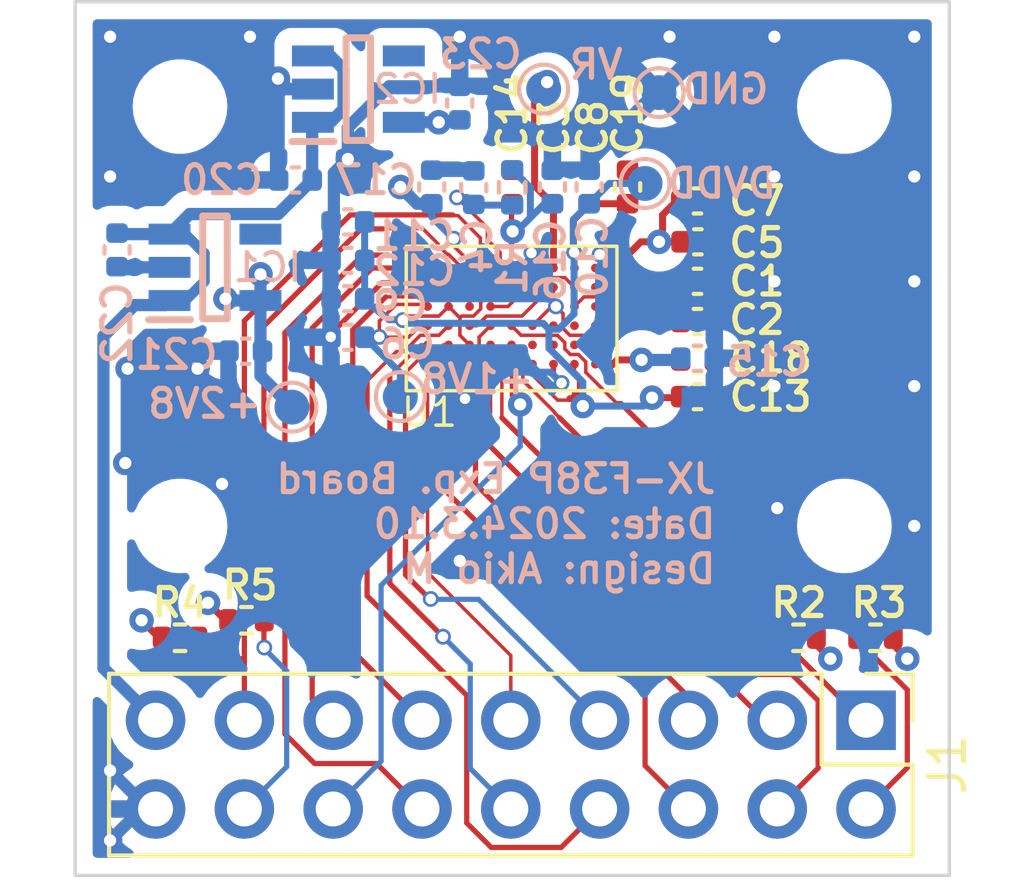
<source format=kicad_pcb>
(kicad_pcb (version 20221018) (generator pcbnew)
  (layers (0 "F.Cu" signal) (1 "In1.Cu" signal) (2 "In2.Cu" signal) (31 "B.Cu" signal) (34 "B.Paste" user) (35 "F.Paste" user) (36 "B.SilkS" user "B.Silkscreen") (37 "F.SilkS" user "F.Silkscreen") (38 "B.Mask" user) (39 "F.Mask" user) (44 "Edge.Cuts" user))
  (net 0 "")
  (net 1 "Net-(U1-VH)")
  (net 2 "GND")
  (net 3 "Net-(U1-VN)")
  (net 4 "/VR")
  (net 5 "/RSTB")
  (net 6 "/DVDD")
  (net 7 "+3V3")
  (net 8 "+2V8")
  (net 9 "+1V8")
  (net 12 "/DVP_0")
  (net 13 "/DVP_1")
  (net 14 "/SDA")
  (net 15 "/SCL")
  (net 16 "/PCLK")
  (net 17 "/PWDN")
  (net 18 "/HREF")
  (net 19 "/VSYNC")
  (net 21 "/DVP_7")
  (net 22 "/DVP_4")
  (net 23 "/MCN")
  (net 24 "/MCP")
  (net 25 "/DVP_9")
  (net 26 "/DVP_6")
  (net 27 "/DVP_3")
  (net 28 "/MDN1")
  (net 29 "/MDP1")
  (net 30 "/MDP0")
  (net 31 "/MDN0")
  (net 32 "/DVP_8")
  (net 33 "/DVP_5")
  (net 34 "/DVP_2")
  (net 35 "/EXCLK")
  (footprint "Capacitor_SMD:C_0402_1005Metric" (layer "F.Cu") (at 92.5 42.3 90)
    (fp_text reference "C14")
    (fp_text value "100n")
  )
  (footprint "MountingHole:MountingHole_2.2mm_M2" (layer "F.Cu") (at 102 40)
    (fp_text reference "H3" hide)
    (fp_text value "MountingHole")
  )
  (footprint "Capacitor_SMD:C_0402_1005Metric" (layer "F.Cu") (at 97.8 46.15)
    (fp_text reference "C2")
    (fp_text value "1u")
  )
  (footprint "Capacitor_SMD:C_0402_1005Metric" (layer "F.Cu") (at 94.7 42.3 90)
    (fp_text reference "C8")
    (fp_text value "100n")
  )
  (footprint "Resistor_SMD:R_0402_1005Metric" (layer "F.Cu") (at 102.89 55.2 180)
    (fp_text reference "R3")
    (fp_text value "4.7k")
  )
  (footprint "Resistor_SMD:R_0402_1005Metric" (layer "F.Cu") (at 100.69 55.2 180)
    (fp_text reference "R2")
    (fp_text value "4.7k")
  )
  (footprint "Capacitor_SMD:C_0402_1005Metric" (layer "F.Cu") (at 97.81 43.87)
    (fp_text reference "C5")
    (fp_text value "10u")
  )
  (footprint "MountingHole:MountingHole_2.2mm_M2" (layer "F.Cu") (at 83 52)
    (fp_text reference "H2" hide)
    (fp_text value "MountingHole")
  )
  (footprint "Capacitor_SMD:C_0402_1005Metric" (layer "F.Cu") (at 97.8 47.25)
    (fp_text reference "C18")
    (fp_text value "100n")
  )
  (footprint "Capacitor_SMD:C_0402_1005Metric" (layer "F.Cu") (at 97.8 48.3)
    (fp_text reference "C13")
    (fp_text value "100n")
  )
  (footprint "Connector_PinHeader_2.54mm:PinHeader_2x09_P2.54mm_Vertical" (layer "F.Cu") (at 102.62 57.56 -90)
    (fp_text reference "J1")
    (fp_text value "Interface")
  )
  (footprint "Capacitor_SMD:C_0402_1005Metric" (layer "F.Cu") (at 97.8 42.7)
    (fp_text reference "C7")
    (fp_text value "10u")
  )
  (footprint "Ikafly_lib:JX-F38P" (layer "F.Cu") (at 92.5 46)
    (fp_text reference "U1")
    (fp_text value "~")
  )
  (footprint "Capacitor_SMD:C_0402_1005Metric" (layer "F.Cu") (at 93.65 42.3 90)
    (fp_text reference "C3")
    (fp_text value "1u")
  )
  (footprint "Capacitor_SMD:C_0402_1005Metric" (layer "F.Cu") (at 95.8 42.3 90)
    (fp_text reference "C19")
    (fp_text value "10u")
  )
  (footprint "Resistor_SMD:R_0402_1005Metric" (layer "F.Cu") (at 84.9 54.7)
    (fp_text reference "R5")
    (fp_text value "4.7k")
  )
  (footprint "Resistor_SMD:R_0402_1005Metric" (layer "F.Cu") (at 83 55.2)
    (fp_text reference "R4")
    (fp_text value "4.7k")
  )
  (footprint "MountingHole:MountingHole_2.2mm_M2" (layer "F.Cu") (at 83 40)
    (fp_text reference "H4" hide)
    (fp_text value "MountingHole")
  )
  (footprint "MountingHole:MountingHole_2.2mm_M2" (layer "F.Cu") (at 102 52)
    (fp_text reference "H1" hide)
    (fp_text value "MountingHole")
  )
  (footprint "Capacitor_SMD:C_0402_1005Metric" (layer "F.Cu") (at 97.8 45)
    (fp_text reference "C1")
    (fp_text value "1u")
  )
  (footprint "TestPoint:TestPoint_Pad_D1.0mm" (layer "B.Cu") (at 93.4 39.5 180)
    (fp_text reference "TP5" hide)
    (fp_text value "TestPoint")
  )
  (footprint "Capacitor_SMD:C_0402_1005Metric" (layer "B.Cu") (at 87.8 43.3 180)
    (fp_text reference "C11")
    (fp_text value "100n")
  )
  (footprint "Resistor_SMD:R_0402_1005Metric" (layer "B.Cu") (at 92.5 42.31 -90)
    (fp_text reference "R1")
    (fp_text value "10k")
  )
  (footprint "Capacitor_SMD:C_0402_1005Metric" (layer "B.Cu") (at 81.2 44.1 -90)
    (fp_text reference "C22")
    (fp_text value "10u")
  )
  (footprint "TestPoint:TestPoint_Pad_D1.0mm" (layer "B.Cu") (at 89.3 48.3 180)
    (fp_text reference "TP2" hide)
    (fp_text value "TestPoint")
  )
  (footprint "Capacitor_SMD:C_0402_1005Metric" (layer "B.Cu") (at 86.3 42.1 180)
    (fp_text reference "C20")
    (fp_text value "10u")
  )
  (footprint "SamacSys_Parts:SOT95P282X145-5N" (layer "B.Cu") (at 84 44.6)
    (fp_text reference "IC1")
    (fp_text value "ME6211C28M5G-N " hide)
  )
  (footprint "Capacitor_SMD:C_0402_1005Metric" (layer "B.Cu") (at 84.88 47 180)
    (fp_text reference "C21")
    (fp_text value "10u")
  )
  (footprint "SamacSys_Parts:SOT95P282X145-5N" (layer "B.Cu") (at 88.1 39.5)
    (fp_text reference "IC2")
    (fp_text value "ME6211C18M5G-N " hide)
  )
  (footprint "Capacitor_SMD:C_0402_1005Metric" (layer "B.Cu") (at 97.8 47.2)
    (fp_text reference "C15")
    (fp_text value "100n")
  )
  (footprint "TestPoint:TestPoint_Pad_D1.0mm" (layer "B.Cu") (at 86.2 48.6 180)
    (fp_text reference "TP4" hide)
    (fp_text value "TestPoint")
  )
  (footprint "Capacitor_SMD:C_0402_1005Metric" (layer "B.Cu") (at 94.7 42.3 90)
    (fp_text reference "C10")
    (fp_text value "100n")
  )
  (footprint "Capacitor_SMD:C_0402_1005Metric" (layer "B.Cu") (at 87.8 45.5 180)
    (fp_text reference "C9")
    (fp_text value "100n")
  )
  (footprint "Capacitor_SMD:C_0402_1005Metric" (layer "B.Cu") (at 91.4 42.32 90)
    (fp_text reference "C4")
    (fp_text value "100n")
  )
  (footprint "Capacitor_SMD:C_0402_1005Metric" (layer "B.Cu") (at 90.2 42.3 90)
    (fp_text reference "C17")
    (fp_text value "100n")
  )
  (footprint "TestPoint:TestPoint_Pad_D1.0mm" (layer "B.Cu") (at 96.3 42.2 180)
    (fp_text reference "TP3" hide)
    (fp_text value "TestPoint")
  )
  (footprint "Capacitor_SMD:C_0402_1005Metric" (layer "B.Cu") (at 87.8 46.6 180)
    (fp_text reference "C6")
    (fp_text value "10u")
  )
  (footprint "Capacitor_SMD:C_0402_1005Metric" (layer "B.Cu") (at 91 39.9 90)
    (fp_text reference "C23")
    (fp_text value "10u")
  )
  (footprint "Capacitor_SMD:C_0402_1005Metric" (layer "B.Cu") (at 87.8 44.4 180)
    (fp_text reference "C12")
    (fp_text value "100n")
  )
  (footprint "Capacitor_SMD:C_0402_1005Metric" (layer "B.Cu") (at 93.65 42.3 90)
    (fp_text reference "C16")
    (fp_text value "100n")
  )
  (footprint "TestPoint:TestPoint_Pad_D1.0mm" (layer "B.Cu") (at 96.7 39.6 180)
    (fp_text reference "TP1" hide)
    (fp_text value "TestPoint")
  )
  (gr_rect (start 80 37) (end 105 62) (stroke (width 0.1)) (fill none) (layer "Edge.Cuts"))
  (gr_text "JX-F38P Exp. Board\nDate: 2024.3.10\nDesign: Akio M" (at 98.4 53.7) (layer "B.SilkS") (effects (font (size 0.8 0.8) (thickness 0.15) bold) (justify left bottom mirror)))
  (segment (start 94.555 45.445) (end 95.445 45.445) (width 0.1) (layer "F.Cu") (net 1))
  (segment (start 97.32 45) (end 96.92 45.4) (width 0.2) (layer "F.Cu") (net 1))
  (segment (start 95.49 45.4) (end 95.445 45.445) (width 0.2) (layer "F.Cu") (net 1))
  (segment (start 94.28 45.72) (end 94.555 45.445) (width 0.1) (layer "F.Cu") (net 1))
  (segment (start 96.92 45.4) (end 95.49 45.4) (width 0.2) (layer "F.Cu") (net 1))
  (segment (start 91.15 48.36) (end 91.14 48.36) (width 0.1) (layer "F.Cu") (net 2))
  (segment (start 91.28 48.22) (end 91.28 47.37) (width 0.1) (layer "F.Cu") (net 2))
  (segment (start 91.14 48.36) (end 91.28 48.22) (width 0.1) (layer "F.Cu") (net 2))
  (segment (start 93.08 44.62) (end 93.08 44.28) (width 0.1) (layer "F.Cu") (net 2))
  (segment (start 93.05 44.19) (end 93.05 44.25) (width 0.1) (layer "F.Cu") (net 2))
  (segment (start 94.605 46.545) (end 94.15 46.545) (width 0.1) (layer "F.Cu") (net 2))
  (segment (start 93.955 46.35) (end 93.955 45.925) (width 0.1) (layer "F.Cu") (net 2))
  (segment (start 89.955 45.045) (end 88.77234 45.045) (width 0.15) (layer "F.Cu") (net 2))
  (segment (start 87.31 46.50734) (end 87.31 46.59) (width 0.15) (layer "F.Cu") (net 2))
  (segment (start 93.08 44.28) (end 93.05 44.19) (width 0.1) (layer "F.Cu") (net 2))
  (segment (start 91.15 48.35) (end 91.15 48.36) (width 0.1) (layer "F.Cu") (net 2))
  (segment (start 95 44.23) (end 95 44.5) (width 0.1) (layer "F.Cu") (net 2))
  (segment (start 93.68 47.37) (end 93.68 47.68) (width 0.15) (layer "F.Cu") (net 2))
  (segment (start 93.955 45.925) (end 93.69 45.66) (width 0.1) (layer "F.Cu") (net 2))
  (segment (start 93.69 45.66) (end 93.08 46.27) (width 0.1) (layer "F.Cu") (net 2))
  (segment (start 94.88 46.27) (end 94.605 46.545) (width 0.1) (layer "F.Cu") (net 2))
  (segment (start 91.15 48.35) (end 91.15 48.35) (width 0.1) (layer "F.Cu") (net 2))
  (segment (start 90.08 45.17) (end 89.955 45.045) (width 0.15) (layer "F.Cu") (net 2))
  (segment (start 88.77234 45.045) (end 87.31 46.50734) (width 0.15) (layer "F.Cu") (net 2))
  (segment (start 93.8 47.8) (end 93.91 47.91) (width 0.15) (layer "F.Cu") (net 2))
  (segment (start 95 44.5) (end 94.88 44.62) (width 0.1) (layer "F.Cu") (net 2))
  (segment (start 93.68 47.68) (end 93.8 47.8) (width 0.15) (layer "F.Cu") (net 2))
  (segment (start 93.91 47.91) (end 93.9 47.9) (width 0.15) (layer "F.Cu") (net 2))
  (segment (start 95 44.2) (end 95 44.23) (width 0.1) (layer "F.Cu") (net 2))
  (segment (start 93.68 45.17) (end 93.68 45.7) (width 0.1) (layer "F.Cu") (net 2))
  (segment (start 90.68 44.62) (end 90.63 44.62) (width 0.1) (layer "F.Cu") (net 2))
  (segment (start 94.15 46.545) (end 93.955 46.35) (width 0.1) (layer "F.Cu") (net 2))
  (via (at 93.75 45.72) (size 0.45) (drill 0.3) (layers "F.Cu" "B.Cu") (net 2))
  (via (at 91 38) (size 0.7) (drill 0.35) (layers "F.Cu" "B.Cu") (net 2))
  (via (at 84.201728 50.798272) (size 0.7) (drill 0.35) (layers "F.Cu" "B.Cu") (net 2))
  (via (at 81 38) (size 0.7) (drill 0.35) (layers "F.Cu" "B.Cu") (net 2))
  (via (at 83.5 47.5) (size 0.7) (drill 0.35) (layers "F.Cu" "B.Cu") (net 2))
  (via (at 87.8 41.5) (size 0.7) (drill 0.35) (layers "F.Cu" "B.Cu") (net 2))
  (via (at 91.15 48.36) (size 0.45) (drill 0.3) (layers "F.Cu" "B.Cu") (net 2))
  (via (at 81.5 47.5) (size 0.7) (drill 0.35) (layers "F.Cu" "B.Cu") (net 2))
  (via (at 104 42) (size 0.7) (drill 0.35) (layers "F.Cu" "B.Cu") (net 2))
  (via (at 81 59) (size 0.7) (drill 0.35) (layers "F.Cu" "B.Cu") (net 2))
  (via (at 100 45) (size 0.7) (drill 0.35) (layers "F.Cu" "B.Cu") (net 2))
  (via (at 100 38) (size 0.7) (drill 0.35) (layers "F.Cu" "B.Cu") (net 2))
  (via (at 95 44.23) (size 0.45) (drill 0.3) (layers "F.Cu" "B.Cu") (net 2))
  (via (at 85 38) (size 0.7) (drill 0.35) (layers "F.Cu" "B.Cu") (net 2))
  (via (at 104 45) (size 0.7) (drill 0.35) (layers "F.Cu" "B.Cu") (net 2))
  (via (at 104 52) (size 0.7) (drill 0.35) (layers "F.Cu" "B.Cu") (net 2))
  (via (at 81 42) (size 0.7) (drill 0.35) (layers "F.Cu" "B.Cu") (net 2))
  (via (at 81 61) (size 0.7) (drill 0.35) (layers "F.Cu" "B.Cu") (net 2))
  (via (at 93.05 44.19) (size 0.45) (drill 0.3) (layers "F.Cu" "B.Cu") (net 2))
  (via (at 93.91 47.91) (size 0.45) (drill 0.3) (layers "F.Cu" "B.Cu") (net 2))
  (via (at 87.31 46.59) (size 0.45) (drill 0.3) (layers "F.Cu" "B.Cu") (net 2))
  (via (at 104 48) (size 0.7) (drill 0.35) (layers "F.Cu" "B.Cu") (net 2))
  (via (at 100 42) (size 0.7) (drill 0.35) (layers "F.Cu" "B.Cu") (net 2))
  (via (at 91 53) (size 0.7) (drill 0.35) (layers "F.Cu" "B.Cu") (net 2))
  (via (at 100.08 51.49) (size 0.7) (drill 0.35) (layers "F.Cu" "B.Cu") (net 2))
  (via (at 85.8 39.2) (size 0.7) (drill 0.35) (layers "F.Cu" "B.Cu") (net 2))
  (via (at 81.4345 50.2) (size 0.7) (drill 0.35) (layers "F.Cu" "B.Cu") (net 2))
  (via (at 104 38) (size 0.7) (drill 0.35) (layers "F.Cu" "B.Cu") (net 2))
  (via (at 100 48) (size 0.7) (drill 0.35) (layers "F.Cu" "B.Cu") (net 2))
  (via (at 97 38) (size 0.7) (drill 0.35) (layers "F.Cu" "B.Cu") (net 2))
  (segment (start 87.32 43.7) (end 87.31 46.59) (width 0.35) (layer "B.Cu") (net 2))
  (segment (start 82.7 44.6) (end 81.22 44.6) (width 0.35) (layer "B.Cu") (net 2))
  (segment (start 82.3 60.1) (end 81.9 60.1) (width 0.35) (layer "B.Cu") (net 2))
  (segment (start 87.8 41.3) (end 87.8 40.6) (width 0.35) (layer "B.Cu") (net 2))
  (segment (start 87.32 43.3) (end 87.32 43.7) (width 0.35) (layer "B.Cu") (net 2))
  (segment (start 82.3 60.1) (end 82.1 60.1) (width 0.35) (layer "B.Cu") (net 2))
  (segment (start 93.9 47.9) (end 93.6 47.6) (width 0.2) (layer "B.Cu") (net 2))
  (segment (start 93.6 47.6) (end 91.9 47.6) (width 0.2) (layer "B.Cu") (net 2))
  (segment (start 94.7 41.6) (end 96.7 39.6) (width 0.35) (layer "B.Cu") (net 2))
  (segment (start 93.9 47.9) (end 93.7 48.1) (width 0.2) (layer "B.Cu") (net 2))
  (segment (start 91.4 41.84) (end 90.22 41.84) (width 0.35) (layer "B.Cu") (net 2))
  (segment (start 87.4 43.62) (end 87.4 41.9) (width 0.35) (layer "B.Cu") (net 2))
  (segment (start 82.1 60.1) (end 81 59) (width 0.35) (layer "B.Cu") (net 2))
  (segment (start 81.475 47.525) (end 81.5 47.5) (width 0.35) (layer "B.Cu") (net 2))
  (segment (start 85.82 39.53) (end 85.85 39.5) (width 0.35) (layer "B.Cu") (net 2))
  (segment (start 87.4 41.9) (end 87.8 41.5) (width 0.35) (layer "B.Cu") (net 2))
  (segment (start 87.31 46.59) (end 87.32 46.6) (width 0.35) (layer "B.Cu") (net 2))
  (segment (start 88.98 39.42) (end 91 39.42) (width 0.35) (layer "B.Cu") (net 2))
  (segment (start 91.9 47.6) (end 91.15 48.35) (width 0.2) (layer "B.Cu") (net 2))
  (segment (start 81.4345 50.2) (end 81.475 50.1595) (width 0.35) (layer "B.Cu") (net 2))
  (segment (start 85.85 39.5) (end 86.8 39.5) (width 0.35) (layer "B.Cu") (net 2))
  (segment (start 81.22 44.6) (end 81.2 44.58) (width 0.35) (layer "B.Cu") (net 2))
  (segment (start 86.8 39.5) (end 86.1 39.5) (width 0.35) (layer "B.Cu") (net 2))
  (segment (start 93.65 41.82) (end 94.7 41.82) (width 0.35) (layer "B.Cu") (net 2))
  (segment (start 86.1 39.5) (end 85.8 39.2) (width 0.35) (layer "B.Cu") (net 2))
  (segment (start 93.7 48.1) (end 93.6 48.1) (width 0.2) (layer "B.Cu") (net 2))
  (segment (start 87.8 40.6) (end 88.98 39.42) (width 0.35) (layer "B.Cu") (net 2))
  (segment (start 90.22 41.84) (end 90.2 41.82) (width 0.35) (layer "B.Cu") (net 2))
  (segment (start 81.9 60.1) (end 81 61) (width 0.35) (layer "B.Cu") (net 2))
  (segment (start 85.82 42.1) (end 85.82 39.53) (width 0.35) (layer "B.Cu") (net 2))
  (segment (start 87.8 41.3) (end 87.8 41.5) (width 0.35) (layer "B.Cu") (net 2))
  (segment (start 94.7 41.82) (end 94.7 41.6) (width 0.35) (layer "B.Cu") (net 2))
  (segment (start 87.32 43.7) (end 87.4 43.62) (width 0.35) (layer "B.Cu") (net 2))
  (segment (start 81.475 50.1595) (end 81.475 47.525) (width 0.35) (layer "B.Cu") (net 2))
  (segment (start 97.27 46.15) (end 95.31 46.15) (width 0.2) (layer "F.Cu") (net 3))
  (segment (start 94.88 45.72) (end 95.31 46.15) (width 0.12) (layer "F.Cu") (net 3))
  (segment (start 93.48 39.3) (end 93.14 39.64) (width 0.2) (layer "F.Cu") (net 4))
  (segment (start 93.14 39.64) (end 93.14 42.27) (width 0.2) (layer "F.Cu") (net 4))
  (segment (start 93.68 44.62) (end 93.68 42.84) (width 0.2) (layer "F.Cu") (net 4))
  (segment (start 93.68 42.84) (end 93.65 42.81) (width 0.2) (layer "F.Cu") (net 4))
  (segment (start 93.14 42.27) (end 93.65 42.78) (width 0.2) (layer "F.Cu") (net 4))
  (segment (start 93.5 39.3) (end 93.48 39.3) (width 0.2) (layer "F.Cu") (net 4))
  (via (at 93.5 39.3) (size 0.7) (drill 0.35) (layers "F.Cu" "B.Cu") (net 4))
  (segment (start 92.593909 44.895) (end 92.755 45.056091) (width 0.1) (layer "F.Cu") (net 5))
  (segment (start 90.921578 42.602637) (end 91.79 43.471059) (width 0.1) (layer "F.Cu") (net 5))
  (segment (start 91.79 43.471059) (end 91.79 43.81) (width 0.1) (layer "F.Cu") (net 5))
  (segment (start 92.155 44.175) (end 92.155 44.683909) (width 0.1) (layer "F.Cu") (net 5))
  (segment (start 92.755 45.056091) (end 92.755 45.345) (width 0.1) (layer "F.Cu") (net 5))
  (segment (start 92.755 45.345) (end 92.38 45.72) (width 0.1) (layer "F.Cu") (net 5))
  (segment (start 91.79 43.81) (end 92.155 44.175) (width 0.1) (layer "F.Cu") (net 5))
  (segment (start 92.155 44.683909) (end 92.366091 44.895) (width 0.1) (layer "F.Cu") (net 5))
  (segment (start 92.366091 44.895) (end 92.593909 44.895) (width 0.1) (layer "F.Cu") (net 5))
  (segment (start 92.38 45.72) (end 91.88 45.72) (width 0.1) (layer "F.Cu") (net 5))
  (via (at 90.921578 42.602637) (size 0.45) (drill 0.3) (layers "F.Cu" "B.Cu") (net 5))
  (segment (start 91.202637 42.602637) (end 91.4 42.8) (width 0.2) (layer "B.Cu") (net 5))
  (segment (start 90.921578 42.602637) (end 91.202637 42.602637) (width 0.2) (layer "B.Cu") (net 5))
  (segment (start 92.5 42.82) (end 91.42 42.82) (width 0.2) (layer "B.Cu") (net 5))
  (segment (start 91.42 42.82) (end 91.4 42.8) (width 0.2) (layer "B.Cu") (net 5))
  (segment (start 91.005 46.545) (end 91.005 46.045) (width 0.1) (layer "F.Cu") (net 6))
  (segment (start 94.27 44.17) (end 94.25 44.15) (width 0.2) (layer "F.Cu") (net 6))
  (segment (start 94.228553 48.278553) (end 94.148553 48.358553) (width 0.1) (layer "F.Cu") (net 6))
  (segment (start 94.25 43.25) (end 94.7 42.8) (width 0.2) (layer "F.Cu") (net 6))
  (segment (start 91.755 45.445) (end 92.03 45.445) (width 0.1) (layer "F.Cu") (net 6))
  (segment (start 95.8 42.78) (end 94.72 42.78) (width 0.2) (layer "F.Cu") (net 6))
  (segment (start 94.28 47.37) (end 94.28 47.562843) (width 0.1) (layer "F.Cu") (net 6))
  (segment (start 92.305 45.17) (end 92.48 45.17) (width 0.1) (layer "F.Cu") (net 6))
  (segment (start 94.148553 48.358553) (end 94.107107 48.4) (width 0.1) (layer "F.Cu") (net 6))
  (segment (start 91.6 45.6) (end 91.755 45.445) (width 0.1) (layer "F.Cu") (net 6))
  (segment (start 94.107107 48.4) (end 93.8 48.4) (width 0.1) (layer "F.Cu") (net 6))
  (segment (start 89.505 45.995) (end 90.405 45.995) (width 0.1) (layer "F.Cu") (net 6))
  (segment (start 94.4 47.682843) (end 94.4 48.107107) (width 0.1) (layer "F.Cu") (net 6))
  (segment (start 94.28 47.562843) (end 94.4 47.682843) (width 0.1) (layer "F.Cu") (net 6))
  (segment (start 94.148553 48.358553) (end 94.308553 48.358553) (width 0.2) (layer "F.Cu") (net 6))
  (segment (start 94.25 44.15) (end 94.25 43.25) (width 0.2) (layer "F.Cu") (net 6))
  (segment (start 90.405 45.995) (end 90.68 45.72) (width 0.1) (layer "F.Cu") (net 6))
  (segment (start 91.005 46.045) (end 91.055 45.995) (width 0.1) (layer "F.Cu") (net 6))
  (segment (start 94.308553 48.358553) (end 94.52 48.57) (width 0.2) (layer "F.Cu") (net 6))
  (segment (start 94.28 44.28) (end 94.25 44.25) (width 0.1) (layer "F.Cu") (net 6))
  (segment (start 94.303553 48.203553) (end 94.52 48.42) (width 0.2) (layer "F.Cu") (net 6))
  (segment (start 91.055 45.995) (end 91.393909 45.995) (width 0.1) (layer "F.Cu") (net 6))
  (segment (start 97.24 48.33) (end 97.27 48.3) (width 0.2) (layer "F.Cu") (net 6))
  (segment (start 93.8 48.4) (end 93.08 47.68) (width 0.1) (layer "F.Cu") (net 6))
  (segment (start 94.72 42.78) (end 94.7 42.8) (width 0.2) (layer "F.Cu") (net 6))
  (segment (start 96.5 48.33) (end 97.24 48.33) (width 0.2) (layer "F.Cu") (net 6))
  (segment (start 94.52 48.42) (end 94.52 48.57) (width 0.2) (layer "F.Cu") (net 6))
  (segment (start 94.303553 48.203553) (end 94.228553 48.278553) (width 0.1) (layer "F.Cu") (net 6))
  (segment (start 94.28 44.62) (end 94.28 44.28) (width 0.1) (layer "F.Cu") (net 6))
  (segment (start 94.4 48.107107) (end 94.303553 48.203553) (width 0.1) (layer "F.Cu") (net 6))
  (segment (start 93.08 47.68) (end 93.08 47.37) (width 0.1) (layer "F.Cu") (net 6))
  (segment (start 94.25 44.19) (end 94.27 44.17) (width 0.2) (layer "F.Cu") (net 6))
  (segment (start 89.4 46.1) (end 89.505 45.995) (width 0.1) (layer "F.Cu") (net 6))
  (segment (start 91.6 45.788909) (end 91.6 45.6) (width 0.1) (layer "F.Cu") (net 6))
  (segment (start 91.28 46.82) (end 91.005 46.545) (width 0.1) (layer "F.Cu") (net 6))
  (segment (start 91.393909 45.995) (end 91.6 45.788909) (width 0.1) (layer "F.Cu") (net 6))
  (segment (start 94.25 44.25) (end 94.25 44.19) (width 0.2) (layer "F.Cu") (net 6))
  (segment (start 92.03 45.445) (end 92.305 45.17) (width 0.1) (layer "F.Cu") (net 6))
  (segment (start 91.005 46.045) (end 90.68 45.72) (width 0.1) (layer "F.Cu") (net 6))
  (via (at 89.37 46.11) (size 0.45) (drill 0.3) (layers "F.Cu" "B.Cu") (net 6))
  (via (at 94.52 48.57) (size 0.7) (drill 0.35) (layers "F.Cu" "B.Cu") (net 6))
  (via (at 96.5 48.33) (size 0.7) (drill 0.35) (layers "F.Cu" "B.Cu") (net 6))
  (via (at 94.27 44.17) (size 0.45) (drill 0.3) (layers "F.Cu" "B.Cu") (net 6))
  (segment (start 89.4 46.1) (end 89.38 46.1) (width 0.2) (layer "B.Cu") (net 6))
  (segment (start 94.52 48.57) (end 96.26 48.57) (width 0.2) (layer "B.Cu") (net 6))
  (segment (start 88.98 46.1) (end 88.1 45.41) (width 0.2) (layer "B.Cu") (net 6))
  (segment (start 94.25 44.25) (end 94.25 43.23) (width 0.2) (layer "B.Cu") (net 6))
  (segment (start 89.36 46.1) (end 88.98 46.1) (width 0.2) (layer "B.Cu") (net 6))
  (segment (start 89.38 46.1) (end 89.37 46.11) (width 0.2) (layer "B.Cu") (net 6))
  (segment (start 88.1 45.41) (end 88.28 45.4) (width 0.2) (layer "B.Cu") (net 6))
  (segment (start 89.5 46.2) (end 89.4 46.1) (width 0.2) (layer "B.Cu") (net 6))
  (segment (start 93.55 46.913603) (end 93.55 46.37) (width 0.2) (layer "B.Cu") (net 6))
  (segment (start 96.26 48.57) (end 96.5 48.33) (width 0.2) (layer "B.Cu") (net 6))
  (segment (start 88.28 44.2) (end 88.28 45.4) (width 0.2) (layer "B.Cu") (net 6))
  (segment (start 94.52 48.57) (end 94.52 47.883603) (width 0.2) (layer "B.Cu") (net 6))
  (segment (start 94.52 47.883603) (end 93.55 46.913603) (width 0.2) (layer "B.Cu") (net 6))
  (segment (start 93.55 46.37) (end 93.38 46.2) (width 0.2) (layer "B.Cu") (net 6))
  (segment (start 93.83 46.37) (end 93.55 46.37) (width 0.2) (layer "B.Cu") (net 6))
  (segment (start 94.27 44.17) (end 94.27 45.93) (width 0.2) (layer "B.Cu") (net 6))
  (segment (start 93.38 46.2) (end 89.5 46.2) (width 0.2) (layer "B.Cu") (net 6))
  (segment (start 96.3 42.2) (end 95.28 42.2) (width 0.2) (layer "B.Cu") (net 6))
  (segment (start 94.27 45.93) (end 93.83 46.37) (width 0.2) (layer "B.Cu") (net 6))
  (segment (start 88.28 44.4) (end 88.28 43.3) (width 0.2) (layer "B.Cu") (net 6))
  (segment (start 95.28 42.2) (end 94.7 42.78) (width 0.2) (layer "B.Cu") (net 6))
  (segment (start 89.37 46.11) (end 89.36 46.1) (width 0.2) (layer "B.Cu") (net 6))
  (segment (start 94.25 43.23) (end 94.7 42.78) (width 0.2) (layer "B.Cu") (net 6))
  (segment (start 86.78 42.1) (end 86.78 40.47) (width 0.35) (layer "B.Cu") (net 7))
  (segment (start 82.57 45.68) (end 82.7 45.55) (width 0.35) (layer "B.Cu") (net 7))
  (segment (start 80.81 46.57) (end 81.7 45.68) (width 0.35) (layer "B.Cu") (net 7))
  (segment (start 83.7 44.2) (end 83.7 45) (width 0.3) (layer "B.Cu") (net 7))
  (segment (start 83.7 45) (end 83.15 45.55) (width 0.3) (layer "B.Cu") (net 7))
  (segment (start 82.3 57.56) (end 80.81 56.07) (width 0.35) (layer "B.Cu") (net 7))
  (segment (start 81.7 45.68) (end 82.57 45.68) (width 0.35) (layer "B.Cu") (net 7))
  (segment (start 87.675 40.075) (end 87.675 38.925) (width 0.35) (layer "B.Cu") (net 7))
  (segment (start 82.7 43.65) (end 83.275 43.075) (width 0.35) (layer "B.Cu") (net 7))
  (segment (start 86.78 40.47) (end 86.8 40.45) (width 0.35) (layer "B.Cu") (net 7))
  (segment (start 82.7 43.65) (end 83.15 43.65) (width 0.3) (layer "B.Cu") (net 7))
  (segment (start 83.15 45.55) (end 82.7 45.55) (width 0.3) (layer "B.Cu") (net 7))
  (segment (start 87.3 40.45) (end 87.675 40.075) (width 0.35) (layer "B.Cu") (net 7))
  (segment (start 83.275 43.075) (end 85.805 43.075) (width 0.35) (layer "B.Cu") (net 7))
  (segment (start 80.81 56.07) (end 80.81 46.57) (width 0.35) (layer "B.Cu") (net 7))
  (segment (start 82.7 43.65) (end 81.23 43.65) (width 0.35) (layer "B.Cu") (net 7))
  (segment (start 87.3 38.55) (end 86.8 38.55) (width 0.35) (layer "B.Cu") (net 7))
  (segment (start 83.15 43.65) (end 83.7 44.2) (width 0.3) (layer "B.Cu") (net 7))
  (segment (start 85.805 43.075) (end 86.78 42.1) (width 0.35) (layer "B.Cu") (net 7))
  (segment (start 87.675 38.925) (end 87.3 38.55) (width 0.35) (layer "B.Cu") (net 7))
  (segment (start 86.8 40.45) (end 87.3 40.45) (width 0.35) (layer "B.Cu") (net 7))
  (segment (start 91.28 44.443224) (end 91.28 44.62) (width 0.1) (layer "F.Cu") (net 8))
  (segment (start 84.3 54.7) (end 83.8 54.2) (width 0.2) (layer "F.Cu") (net 8))
  (segment (start 82.4 55.2) (end 81.9 54.7) (width 0.2) (layer "F.Cu") (net 8))
  (segment (start 93.355 45.42) (end 93.355 44.93) (width 0.1) (layer "F.Cu") (net 8))
  (segment (start 97.27 47.25) (end 95.5 47.25) (width 0.2) (layer "F.Cu") (net 8))
  (segment (start 91.766091 45.995) (end 92.78 45.995) (width 0.1) (layer "F.Cu") (net 8))
  (segment (start 92.48 43.5) (end 92.48 42.8) (width 0.15) (layer "F.Cu") (net 8))
  (segment (start 92.48 44.08) (end 92.48 43.5) (width 0.15) (layer "F.Cu") (net 8))
  (segment (start 103.4 55.2) (end 103.4 55.4) (width 0.2) (layer "F.Cu") (net 8))
  (segment (start 103.4 55.4) (end 103.8 55.8) (width 0.2) (layer "F.Cu") (net 8))
  (segment (start 91.491091 46.27) (end 91.766091 45.995) (width 0.1) (layer "F.Cu") (net 8))
  (segment (start 94.28 45.17) (end 94.005 44.895) (width 0.1) (layer "F.Cu") (net 8))
  (segment (start 93.355 44.93) (end 93.32 44.895) (width 0.1) (layer "F.Cu") (net 8))
  (segment (start 94.88 47.37) (end 95.32 47.37) (width 0.1) (layer "F.Cu") (net 8))
  (segment (start 92.935 44.895) (end 92.66 44.62) (width 0.1) (layer "F.Cu") (net 8))
  (segment (start 101.2 55.2) (end 101.2 55.4) (width 0.2) (layer "F.Cu") (net 8))
  (segment (start 94.005 44.895) (end 93.32 44.895) (width 0.1) (layer "F.Cu") (net 8))
  (segment (start 101.2 55.4) (end 101.6 55.8) (width 0.2) (layer "F.Cu") (net 8))
  (segment (start 92.48 44.08) (end 92.48 44.62) (width 0.1) (layer "F.Cu") (net 8))
  (segment (start 90.84 44.003224) (end 91.28 44.443224) (width 0.1) (layer "F.Cu") (net 8))
  (segment (start 91.28 46.27) (end 91.491091 46.27) (width 0.1) (layer "F.Cu") (net 8))
  (segment (start 95.5 47.25) (end 95.35 47.4) (width 0.2) (layer "F.Cu") (net 8))
  (segment (start 92.66 44.62) (end 92.48 44.62) (width 0.1) (layer "F.Cu") (net 8))
  (segment (start 92.48 43.5) (end 92.48 43.5395) (width 0.2) (layer "F.Cu") (net 8))
  (segment (start 90.84 43.8) (end 90.84 44.003224) (width 0.1) (layer "F.Cu") (net 8))
  (segment (start 93.32 44.895) (end 92.935 44.895) (width 0.1) (layer "F.Cu") (net 8))
  (segment (start 84.39 54.7) (end 84.3 54.7) (width 0.2) (layer "F.Cu") (net 8))
  (segment (start 92.78 45.995) (end 93.355 45.42) (width 0.1) (layer "F.Cu") (net 8))
  (segment (start 82.49 55.2) (end 82.4 55.2) (width 0.2) (layer "F.Cu") (net 8))
  (segment (start 92.48 43.5395) (end 92.511128 43.570628) (width 0.2) (layer "F.Cu") (net 8))
  (segment (start 92.48 42.8) (end 92.5 42.78) (width 0.15) (layer "F.Cu") (net 8))
  (via (at 84.3 45.5) (size 0.7) (drill 0.35) (layers "F.Cu" "B.Cu") (net 8))
  (via (at 85.3 44.8) (size 0.7) (drill 0.35) (layers "F.Cu" "B.Cu") (net 8))
  (via (at 96.2 47.25) (size 0.7) (drill 0.35) (layers "F.Cu" "B.Cu") (net 8))
  (via (at 103.8 55.8) (size 0.7) (drill 0.35) (layers "F.Cu" "B.Cu") (net 8))
  (via (at 101.6 55.8) (size 0.7) (drill 0.35) (layers "F.Cu" "B.Cu") (net 8))
  (via (at 92.511128 43.570628) (size 0.7) (drill 0.35) (layers "F.Cu" "B.Cu") (net 8))
  (via (at 90.83 43.78) (size 0.45) (drill 0.3) (layers "F.Cu" "B.Cu") (net 8))
  (via (at 81.9 54.7) (size 0.7) (drill 0.35) (layers "F.Cu" "B.Cu") (net 8))
  (via (at 83.8 54.2) (size 0.7) (drill 0.35) (layers "F.Cu" "B.Cu") (net 8))
  (via (at 89.3 42.3) (size 0.7) (drill 0.35) (layers "F.Cu" "B.Cu") (net 8))
  (segment (start 85.3 45.55) (end 84.35 45.55) (width 0.35) (layer "B.Cu") (net 8))
  (segment (start 97.27 47.25) (end 97.32 47.2) (width 0.35) (layer "B.Cu") (net 8))
  (segment (start 93.42 42.78) (end 92.9 43.3) (width 0.2) (layer "B.Cu") (net 8))
  (segment (start 92.629372 43.570628) (end 92.9 43.3) (width 0.2) (layer "B.Cu") (net 8))
  (segment (start 90.83 43.78) (end 90.82 43.78) (width 0.2) (layer "B.Cu") (net 8))
  (segment (start 92.511128 43.570628) (end 92.629372 43.570628) (width 0.2) (layer "B.Cu") (net 8))
  (segment (start 96.2 47.25) (end 97.27 47.25) (width 0.35) (layer "B.Cu") (net 8))
  (segment (start 93.02 42.32) (end 92.5 41.8) (width 0.2) (layer "B.Cu") (net 8))
  (segment (start 93.65 42.78) (end 93.42 42.78) (width 0.2) (layer "B.Cu") (net 8))
  (segment (start 84.35 45.55) (end 84.3 45.5) (width 0.35) (layer "B.Cu") (net 8))
  (segment (start 85.3 47.7) (end 86.2 48.6) (width 0.35) (layer "B.Cu") (net 8))
  (segment (start 89.78 42.78) (end 89.3 42.3) (width 0.35) (layer "B.Cu") (net 8))
  (segment (start 93.02 43.18) (end 93.02 42.32) (width 0.2) (layer "B.Cu") (net 8))
  (segment (start 85.3 45.55) (end 85.3 44.8) (width 0.35) (layer "B.Cu") (net 8))
  (segment (start 90.82 43.78) (end 90.2 43.16) (width 0.2) (layer "B.Cu") (net 8))
  (segment (start 90.84 43.8) (end 90.83 43.79) (width 0.2) (layer "B.Cu") (net 8))
  (segment (start 90.2 42.78) (end 89.78 42.78) (width 0.35) (layer "B.Cu") (net 8))
  (segment (start 92.9 43.3) (end 93.02 43.18) (width 0.2) (layer "B.Cu") (net 8))
  (segment (start 90.83 43.79) (end 90.83 43.78) (width 0.2) (layer "B.Cu") (net 8))
  (segment (start 90.2 43.16) (end 90.2 42.78) (width 0.2) (layer "B.Cu") (net 8))
  (segment (start 85.3 45.55) (end 85.3 47.7) (width 0.35) (layer "B.Cu") (net 8))
  (segment (start 96.8 43.77) (end 96.7 43.87) (width 0.35) (layer "F.Cu") (net 9))
  (segment (start 89.534314 46.6) (end 88.7 46.6) (width 0.1) (layer "F.Cu") (net 9))
  (segment (start 89.183603 45.66) (end 89.061098 45.782505) (width 0.1) (layer "F.Cu") (net 9))
  (segment (start 90.08 45.72) (end 90.02 45.66) (width 0.1) (layer "F.Cu") (net 9))
  (segment (start 88.7 46.14) (end 88.7 46.59) (width 0.1) (layer "F.Cu") (net 9))
  (segment (start 89.687157 46.447157) (end 89.534314 46.6) (width 0.1) (layer "F.Cu") (net 9))
  (segment (start 96.18 43.87) (end 96.7 43.87) (width 0.2) (layer "F.Cu") (net 9))
  (segment (start 89.057495 45.782505) (end 88.7 46.14) (width 0.1) (layer "F.Cu") (net 9))
  (segment (start 89.864315 46.27) (end 90.08 46.27) (width 0.1) (layer "F.Cu") (net 9))
  (segment (start 96.7 43.87) (end 97.33 43.87) (width 0.2) (layer "F.Cu") (net 9))
  (segment (start 90.02 45.66) (end 89.183603 45.66) (width 0.1) (layer "F.Cu") (net 9))
  (segment (start 97.32 42.7) (end 97.2 42.7) (width 0.2) (layer "F.Cu") (net 9))
  (segment (start 89.687157 46.447157) (end 89.864315 46.27) (width 0.1) (layer "F.Cu") (net 9))
  (segment (start 89.061098 45.782505) (end 89.057495 45.782505) (width 0.1) (layer "F.Cu") (net 9))
  (segment (start 94.88 45.17) (end 96.18 43.87) (width 0.2) (layer "F.Cu") (net 9))
  (segment (start 96.8 43.1) (end 96.8 43.77) (width 0.2) (layer "F.Cu") (net 9))
  (segment (start 97.2 42.7) (end 96.8 43.1) (width 0.2) (layer "F.Cu") (net 9))
  (segment (start 88.7 46.59) (end 88.7 46.6) (width 0.1) (layer "F.Cu") (net 9))
  (segment (start 89.634315 46.5) (end 89.687157 46.447157) (width 0.1) (layer "F.Cu") (net 9))
  (via (at 88.7 46.59) (size 0.45) (drill 0.3) (layers "F.Cu" "B.Cu") (net 9))
  (via (at 96.7 43.87) (size 0.7) (drill 0.35) (layers "F.Cu" "B.Cu") (net 9))
  (via (at 90.4 40.45) (size 0.7) (drill 0.35) (layers "F.Cu" "B.Cu") (net 9))
  (segment (start 90.93 40.45) (end 91 40.38) (width 0.35) (layer "B.Cu") (net 9))
  (segment (start 89.3 48.3) (end 89.3 47.62) (width 0.2) (layer "B.Cu") (net 9))
  (segment (start 88.7 46.6) (end 88.28 46.6) (width 0.2) (layer "B.Cu") (net 9))
  (segment (start 89.4 40.45) (end 90.4 40.45) (width 0.35) (layer "B.Cu") (net 9))
  (segment (start 89.3 47.62) (end 88.28 46.6) (width 0.2) (layer "B.Cu") (net 9))
  (segment (start 90.4 40.45) (end 90.93 40.45) (width 0.35) (layer "B.Cu") (net 9))
  (segment (start 93.717158 48.75) (end 93.717158 48.767158) (width 0.1) (layer "F.Cu") (net 12))
  (segment (start 93.717158 48.767158) (end 93.85 48.9) (width 0.1) (layer "F.Cu") (net 12))
  (segment (start 93.85 48.9) (end 102.51 57.56) (width 0.15) (layer "F.Cu") (net 12))
  (segment (start 92.805 47.837842) (end 92.805 47.145) (width 0.1) (layer "F.Cu") (net 12))
  (segment (start 102.62 57.56) (end 102.51 57.56) (width 0.1) (layer "F.Cu") (net 12))
  (segment (start 92.805 47.145) (end 92.48 46.82) (width 0.1) (layer "F.Cu") (net 12))
  (segment (start 93.717158 48.75) (end 92.805 47.837842) (width 0.1) (layer "F.Cu") (net 12))
  (segment (start 94.605 47.605) (end 94.605 47.306091) (width 0.1) (layer "F.Cu") (net 13))
  (segment (start 95.61 48.5) (end 103.8 56.69) (width 0.15) (layer "F.Cu") (net 13))
  (segment (start 94.005 46.756091) (end 93.793909 46.545) (width 0.1) (layer "F.Cu") (net 13))
  (segment (start 94.393909 47.095) (end 94.166091 47.095) (width 0.1) (layer "F.Cu") (net 13))
  (segment (start 95.5 48.5) (end 95.61 48.5) (width 0.15) (layer "F.Cu") (net 13))
  (segment (start 103.8 58.92) (end 102.62 60.1) (width 0.15) (layer "F.Cu") (net 13))
  (segment (start 93.793909 46.545) (end 92.755 46.545) (width 0.1) (layer "F.Cu") (net 13))
  (segment (start 103.8 56.69) (end 103.8 58.92) (width 0.15) (layer "F.Cu") (net 13))
  (segment (start 94.005 46.933909) (end 94.005 46.756091) (width 0.1) (layer "F.Cu") (net 13))
  (segment (start 92.755 46.545) (end 92.48 46.27) (width 0.1) (layer "F.Cu") (net 13))
  (segment (start 94.166091 47.095) (end 94.005 46.933909) (width 0.1) (layer "F.Cu") (net 13))
  (segment (start 95.5 48.5) (end 94.605 47.605) (width 0.1) (layer "F.Cu") (net 13))
  (segment (start 94.605 47.306091) (end 94.393909 47.095) (width 0.1) (layer "F.Cu") (net 13))
  (segment (start 91.59 43.76) (end 90.95 43.12) (width 0.1) (layer "F.Cu") (net 14))
  (segment (start 87.87 43.1) (end 84.84 46.13) (width 0.15) (layer "F.Cu") (net 14))
  (segment (start 83.51 55.2) (end 84.11 55.8) (width 0.15) (layer "F.Cu") (net 14))
  (segment (start 91.88 45.06) (end 91.59 44.77) (width 0.1) (layer "F.Cu") (net 14))
  (segment (start 84.84 55.8) (end 84.84 57.56) (width 0.15) (layer "F.Cu") (net 14))
  (segment (start 90.95 43.12) (end 90.82 43.12) (width 0.1) (layer "F.Cu") (net 14))
  (segment (start 90.8 43.1) (end 87.87 43.1) (width 0.15) (layer "F.Cu") (net 14))
  (segment (start 84.11 55.8) (end 84.84 55.8) (width 0.15) (layer "F.Cu") (net 14))
  (segment (start 84.84 46.13) (end 84.84 55.8) (width 0.15) (layer "F.Cu") (net 14))
  (segment (start 90.82 43.12) (end 90.8 43.1) (width 0.1) (layer "F.Cu") (net 14))
  (segment (start 91.88 45.17) (end 91.88 45.06) (width 0.1) (layer "F.Cu") (net 14))
  (segment (start 91.59 44.77) (end 91.59 43.76) (width 0.1) (layer "F.Cu") (net 14))
  (segment (start 85.4 46.28) (end 85.4 55.47) (width 0.15) (layer "F.Cu") (net 15))
  (segment (start 88.18 43.5) (end 85.4 46.28) (width 0.15) (layer "F.Cu") (net 15))
  (segment (start 90.955 44.505) (end 90.68 44.23) (width 0.1) (layer "F.Cu") (net 15))
  (segment (start 90.38 43.93) (end 89.94 43.49) (width 0.1) (layer "F.Cu") (net 15))
  (segment (start 89.94 43.49) (end 88.81 43.49) (width 0.1) (layer "F.Cu") (net 15))
  (segment (start 85.41 55.48) (end 85.4 55.49) (width 0.15) (layer "F.Cu") (net 15))
  (segment (start 90.955 44.705) (end 90.955 44.505) (width 0.1) (layer "F.Cu") (net 15))
  (segment (start 91.145 44.895) (end 90.955 44.705) (width 0.1) (layer "F.Cu") (net 15))
  (segment (start 85.4 55.47) (end 85.41 55.48) (width 0.15) (layer "F.Cu") (net 15))
  (segment (start 85.4 55.49) (end 85.4 55.5) (width 0.15) (layer "F.Cu") (net 15))
  (segment (start 90.68 44.23) (end 90.643603 44.23) (width 0.1) (layer "F.Cu") (net 15))
  (segment (start 91.28 45.558909) (end 91.555 45.283909) (width 0.1) (layer "F.Cu") (net 15))
  (segment (start 91.393909 44.895) (end 91.145 44.895) (width 0.1) (layer "F.Cu") (net 15))
  (segment (start 91.555 45.283909) (end 91.555 45.056091) (width 0.1) (layer "F.Cu") (net 15))
  (segment (start 88.81 43.49) (end 88.8 43.5) (width 0.1) (layer "F.Cu") (net 15))
  (segment (start 91.555 45.056091) (end 91.393909 44.895) (width 0.1) (layer "F.Cu") (net 15))
  (segment (start 90.643603 44.23) (end 90.38 43.966397) (width 0.1) (layer "F.Cu") (net 15))
  (segment (start 91.28 45.72) (end 91.28 45.558909) (width 0.1) (layer "F.Cu") (net 15))
  (segment (start 90.38 43.966397) (end 90.38 43.93) (width 0.1) (layer "F.Cu") (net 15))
  (segment (start 88.8 43.5) (end 88.18 43.5) (width 0.15) (layer "F.Cu") (net 15))
  (via (at 85.41 55.48) (size 0.45) (drill 0.3) (layers "F.Cu" "B.Cu") (net 15))
  (segment (start 86.05 56.15) (end 86.05 58.89) (width 0.15) (layer "B.Cu") (net 15))
  (segment (start 85.4 55.5) (end 86.05 56.15) (width 0.15) (layer "B.Cu") (net 15))
  (segment (start 86.05 58.89) (end 84.84 60.1) (width 0.15) (layer "B.Cu") (net 15))
  (segment (start 90.08 44.62) (end 89.18 44.62) (width 0.1) (layer "F.Cu") (net 16))
  (segment (start 86.95 57.13) (end 87.38 57.56) (width 0.1) (layer "F.Cu") (net 16))
  (segment (start 86.78 46.34) (end 86.78 56.96) (width 0.15) (layer "F.Cu") (net 16))
  (segment (start 89.18 44.62) (end 88.5 44.62) (width 0.15) (layer "F.Cu") (net 16))
  (segment (start 88.5 44.62) (end 86.78 46.34) (width 0.15) (layer "F.Cu") (net 16))
  (segment (start 86.78 56.96) (end 86.95 57.13) (width 0.15) (layer "F.Cu") (net 16))
  (segment (start 88.95 44.25) (end 88.22 44.25) (width 0.15) (layer "F.Cu") (net 18))
  (segment (start 88.62 58.8) (end 89.92 60.1) (width 0.15) (layer "F.Cu") (net 18))
  (segment (start 90.405 44.895) (end 90.405 44.506091) (width 0.1) (layer "F.Cu") (net 18))
  (segment (start 86 46.47) (end 86 57.95) (width 0.15) (layer "F.Cu") (net 18))
  (segment (start 90.148909 44.25) (end 88.95 44.25) (width 0.1) (layer "F.Cu") (net 18))
  (segment (start 88.22 44.25) (end 86 46.47) (width 0.15) (layer "F.Cu") (net 18))
  (segment (start 86.85 58.8) (end 88.62 58.8) (width 0.15) (layer "F.Cu") (net 18))
  (segment (start 90.405 44.506091) (end 90.148909 44.25) (width 0.1) (layer "F.Cu") (net 18))
  (segment (start 86 57.95) (end 86.85 58.8) (width 0.15) (layer "F.Cu") (net 18))
  (segment (start 90.68 45.17) (end 90.405 44.895) (width 0.1) (layer "F.Cu") (net 18))
  (segment (start 91.28 45.17) (end 91.005 45.445) (width 0.1) (layer "F.Cu") (net 19))
  (segment (start 89.529314 45.445) (end 88.885 45.445) (width 0.1) (layer "F.Cu") (net 19))
  (segment (start 89.865686 45.45) (end 89.534314 45.45) (width 0.1) (layer "F.Cu") (net 19))
  (segment (start 88.885 45.445) (end 87.94 46.39) (width 0.15) (layer "F.Cu") (net 19))
  (segment (start 87.94 46.39) (end 87.94 55.58) (width 0.15) (layer "F.Cu") (net 19))
  (segment (start 89.870686 45.445) (end 89.865686 45.45) (width 0.1) (layer "F.Cu") (net 19))
  (segment (start 91.005 45.445) (end 89.870686 45.445) (width 0.1) (layer "F.Cu") (net 19))
  (segment (start 89.534314 45.45) (end 89.529314 45.445) (width 0.1) (layer "F.Cu") (net 19))
  (segment (start 87.94 55.58) (end 89.92 57.56) (width 0.15) (layer "F.Cu") (net 19))
  (segment (start 91.2 60.5) (end 91.9 61.2) (width 0.15) (layer "F.Cu") (net 21))
  (segment (start 88.35 47.85) (end 88.35 54) (width 0.15) (layer "F.Cu") (net 21))
  (segment (start 90.405 46.545) (end 89.872157 46.545) (width 0.1) (layer "F.Cu") (net 21))
  (segment (start 93.9 61.2) (end 95 60.1) (width 0.15) (layer "F.Cu") (net 21))
  (segment (start 89.192327 47.007673) (end 88.35 47.85) (width 0.1) (layer "F.Cu") (net 21))
  (segment (start 91.2 56.85) (end 91.2 60.5) (width 0.15) (layer "F.Cu") (net 21))
  (segment (start 90.68 46.27) (end 90.405 46.545) (width 0.1) (layer "F.Cu") (net 21))
  (segment (start 89.872157 46.545) (end 89.409484 47.007673) (width 0.1) (layer "F.Cu") (net 21))
  (segment (start 88.35 54) (end 91.2 56.85) (width 0.15) (layer "F.Cu") (net 21))
  (segment (start 89.409484 47.007673) (end 89.192327 47.007673) (width 0.1) (layer "F.Cu") (net 21))
  (segment (start 91.9 61.2) (end 93.9 61.2) (width 0.15) (layer "F.Cu") (net 21))
  (segment (start 91.88 46.27) (end 91.55 46.6) (width 0.1) (layer "F.Cu") (net 22))
  (segment (start 91.45 49.657685) (end 91.45 50.8) (width 0.15) (layer "F.Cu") (net 22))
  (segment (start 91.55 49.557685) (end 91.45 49.657685) (width 0.1) (layer "F.Cu") (net 22))
  (segment (start 91.55 47.488909) (end 91.55 49.557685) (width 0.1) (layer "F.Cu") (net 22))
  (segment (start 91.555 46.605) (end 91.555 47.483909) (width 0.1) (layer "F.Cu") (net 22))
  (segment (start 91.55 46.6) (end 91.555 46.605) (width 0.1) (layer "F.Cu") (net 22))
  (segment (start 91.45 50.8) (end 97.54 56.89) (width 0.15) (layer "F.Cu") (net 22))
  (segment (start 91.555 47.483909) (end 91.55 47.488909) (width 0.1) (layer "F.Cu") (net 22))
  (segment (start 97.54 56.89) (end 97.54 57.56) (width 0.1) (layer "F.Cu") (net 22))
  (segment (start 89 53.65) (end 90.52 55.17) (width 0.15) (layer "F.Cu") (net 25))
  (segment (start 89 47.7) (end 89 53.65) (width 0.15) (layer "F.Cu") (net 25))
  (segment (start 90.08 46.82) (end 89.88 46.82) (width 0.1) (layer "F.Cu") (net 25))
  (segment (start 89.88 46.82) (end 89 47.7) (width 0.1) (layer "F.Cu") (net 25))
  (via (at 90.52 55.17) (size 0.45) (drill 0.3) (layers "F.Cu" "B.Cu") (net 25))
  (segment (start 91.3 55.95) (end 91.3 58.94) (width 0.15) (layer "B.Cu") (net 25))
  (segment (start 91.3 58.94) (end 92.46 60.1) (width 0.15) (layer "B.Cu") (net 25))
  (segment (start 90.52 55.17) (end 91.3 55.95) (width 0.15) (layer "B.Cu") (net 25))
  (segment (start 90.53 46.82) (end 90.255 47.095) (width 0.1) (layer "F.Cu") (net 26))
  (segment (start 89.45 53.4) (end 89.45 47.611091) (width 0.15) (layer "F.Cu") (net 26))
  (segment (start 90.255 47.095) (end 89.966091 47.095) (width 0.1) (layer "F.Cu") (net 26))
  (segment (start 89.966091 47.095) (end 89.45 47.611091) (width 0.1) (layer "F.Cu") (net 26))
  (segment (start 90.68 46.82) (end 90.53 46.82) (width 0.1) (layer "F.Cu") (net 26))
  (segment (start 90.15 54.1) (end 89.45 53.4) (width 0.15) (layer "F.Cu") (net 26))
  (via (at 90.17 54.09) (size 0.45) (drill 0.3) (layers "F.Cu" "B.Cu") (net 26))
  (segment (start 90.15 54.1) (end 90.16 54.1) (width 0.15) (layer "B.Cu") (net 26))
  (segment (start 91.54 54.1) (end 95 57.56) (width 0.15) (layer "B.Cu") (net 26))
  (segment (start 90.17 54.09) (end 90.18 54.1) (width 0.15) (layer "B.Cu") (net 26))
  (segment (start 90.18 54.1) (end 91.54 54.1) (width 0.15) (layer "B.Cu") (net 26))
  (segment (start 90.16 54.1) (end 90.17 54.09) (width 0.15) (layer "B.Cu") (net 26))
  (segment (start 92.205 48.905) (end 99.55 56.25) (width 0.15) (layer "F.Cu") (net 27))
  (segment (start 101.25 57) (end 101.25 58.93) (width 0.15) (layer "F.Cu") (net 27))
  (segment (start 92.205 47.145) (end 91.88 46.82) (width 0.1) (layer "F.Cu") (net 27))
  (segment (start 99.55 56.25) (end 100.5 56.25) (width 0.15) (layer "F.Cu") (net 27))
  (segment (start 92.205 48.905) (end 92.205 47.145) (width 0.1) (layer "F.Cu") (net 27))
  (segment (start 101.25 58.93) (end 100.08 60.1) (width 0.15) (layer "F.Cu") (net 27))
  (segment (start 100.5 56.25) (end 101.25 57) (width 0.15) (layer "F.Cu") (net 27))
  (segment (start 90.08 53.33) (end 92.46 55.71) (width 0.1) (layer "F.Cu") (net 32))
  (segment (start 90.08 47.37) (end 90.08 53.33) (width 0.1) (layer "F.Cu") (net 32))
  (segment (start 92.46 55.71) (end 92.46 57.56) (width 0.1) (layer "F.Cu") (net 32))
  (segment (start 90.68 51.08) (end 96.3 56.7) (width 0.15) (layer "F.Cu") (net 33))
  (segment (start 96.3 58.86) (end 97.54 60.1) (width 0.15) (layer "F.Cu") (net 33))
  (segment (start 96.3 56.7) (end 96.3 58.86) (width 0.15) (layer "F.Cu") (net 33))
  (segment (start 90.68 47.37) (end 90.68 51.08) (width 0.15) (layer "F.Cu") (net 33))
  (segment (start 91.867495 48.7652) (end 91.867495 49.717495) (width 0.1) (layer "F.Cu") (net 34))
  (segment (start 99.71 57.56) (end 100.08 57.56) (width 0.1) (layer "F.Cu") (net 34))
  (segment (start 91.867495 49.717495) (end 99.71 57.56) (width 0.15) (layer "F.Cu") (net 34))
  (segment (start 91.88 48.752695) (end 91.867495 48.7652) (width 0.1) (layer "F.Cu") (net 34))
  (segment (start 91.88 47.37) (end 91.88 48.752695) (width 0.1) (layer "F.Cu") (net 34))
  (segment (start 92.7282 48.5218) (end 92.48 48.2736) (width 0.1) (layer "F.Cu") (net 35))
  (segment (start 92.48 48.2736) (end 92.48 47.37) (width 0.1) (layer "F.Cu") (net 35))
  (via (at 92.7282 48.5218) (size 0.7) (drill 0.35) (layers "F.Cu" "B.Cu") (net 35))
  (segment (start 92.7282 48.5218) (end 92.7282 49.7218) (width 0.15) (layer "B.Cu") (net 35))
  (segment (start 88.75 53.7) (end 88.75 58.73) (width 0.15) (layer "B.Cu") (net 35))
  (segment (start 92.7282 49.7218) (end 88.75 53.7) (width 0.15) (layer "B.Cu") (net 35))
  (segment (start 88.75 58.73) (end 87.38 60.1) (width 0.15) (layer "B.Cu") (net 35))
  (zone (net 2) (net_name "GND") (layer "B.Cu") (priority 2) (connect_pads (clearance 0.5)) (min_thickness 0.25) (fill yes (thermal_gap 0.5) (thermal_bridge_width 0.5))
    (polygon (pts (xy 80 37) (xy 80 62) (xy 105 62) (xy 105 37)))
  )
)
</source>
